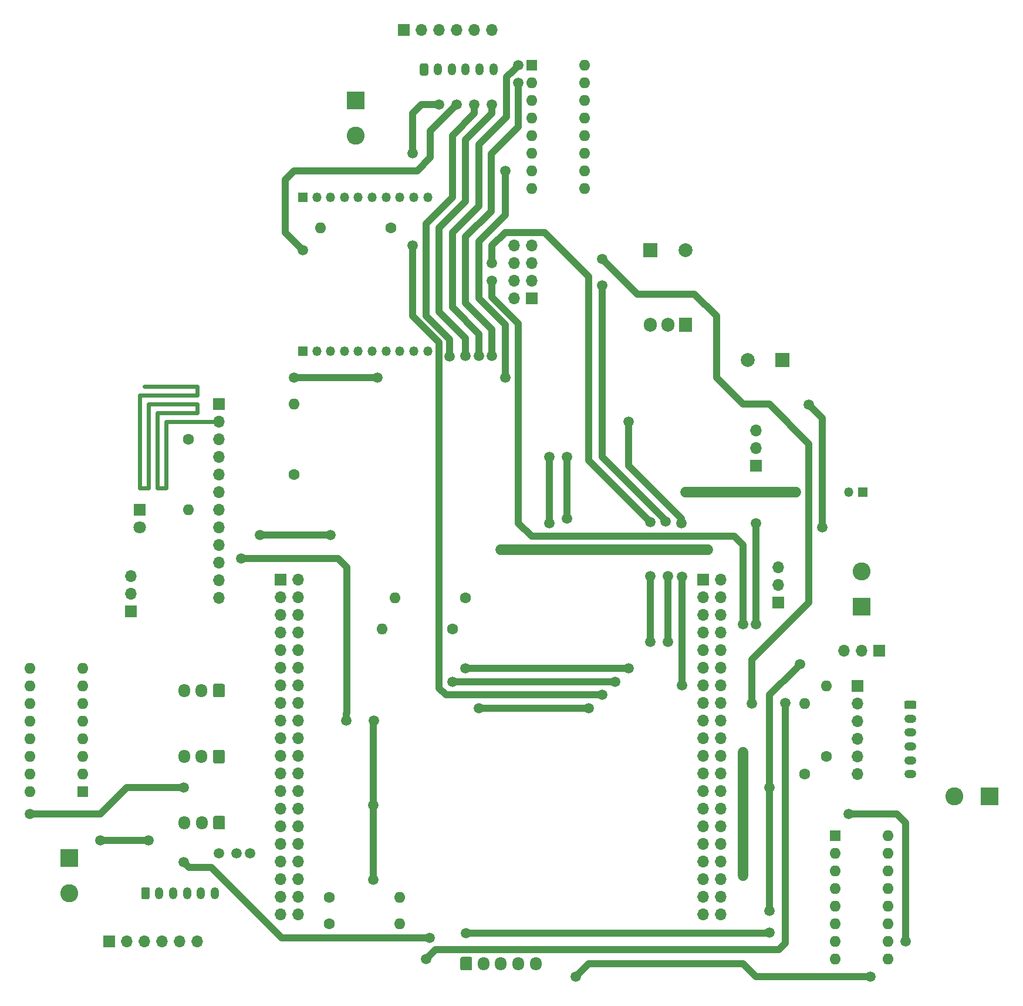
<source format=gbr>
%TF.GenerationSoftware,KiCad,Pcbnew,(5.1.6)-1*%
%TF.CreationDate,2023-02-05T17:49:42+01:00*%
%TF.ProjectId,RobotHolo,526f626f-7448-46f6-9c6f-2e6b69636164,rev?*%
%TF.SameCoordinates,Original*%
%TF.FileFunction,Copper,L1,Top*%
%TF.FilePolarity,Positive*%
%FSLAX46Y46*%
G04 Gerber Fmt 4.6, Leading zero omitted, Abs format (unit mm)*
G04 Created by KiCad (PCBNEW (5.1.6)-1) date 2023-02-05 17:49:42*
%MOMM*%
%LPD*%
G01*
G04 APERTURE LIST*
%TA.AperFunction,ComponentPad*%
%ADD10O,1.700000X1.700000*%
%TD*%
%TA.AperFunction,ComponentPad*%
%ADD11R,1.700000X1.700000*%
%TD*%
%TA.AperFunction,ComponentPad*%
%ADD12R,1.350000X1.350000*%
%TD*%
%TA.AperFunction,ComponentPad*%
%ADD13O,1.350000X1.350000*%
%TD*%
%TA.AperFunction,ComponentPad*%
%ADD14C,2.000000*%
%TD*%
%TA.AperFunction,ComponentPad*%
%ADD15R,2.000000X2.000000*%
%TD*%
%TA.AperFunction,ComponentPad*%
%ADD16R,1.800000X1.800000*%
%TD*%
%TA.AperFunction,ComponentPad*%
%ADD17C,1.800000*%
%TD*%
%TA.AperFunction,ComponentPad*%
%ADD18R,2.600000X2.600000*%
%TD*%
%TA.AperFunction,ComponentPad*%
%ADD19C,2.600000*%
%TD*%
%TA.AperFunction,ComponentPad*%
%ADD20C,1.600000*%
%TD*%
%TA.AperFunction,ComponentPad*%
%ADD21O,1.600000X1.600000*%
%TD*%
%TA.AperFunction,ComponentPad*%
%ADD22R,1.600000X1.600000*%
%TD*%
%TA.AperFunction,ComponentPad*%
%ADD23O,1.700000X1.950000*%
%TD*%
%TA.AperFunction,ComponentPad*%
%ADD24R,1.905000X2.000000*%
%TD*%
%TA.AperFunction,ComponentPad*%
%ADD25O,1.905000X2.000000*%
%TD*%
%TA.AperFunction,ComponentPad*%
%ADD26O,1.200000X1.750000*%
%TD*%
%TA.AperFunction,ComponentPad*%
%ADD27O,1.750000X1.200000*%
%TD*%
%TA.AperFunction,ViaPad*%
%ADD28C,1.500000*%
%TD*%
%TA.AperFunction,Conductor*%
%ADD29C,1.000000*%
%TD*%
%TA.AperFunction,Conductor*%
%ADD30C,1.500000*%
%TD*%
%TA.AperFunction,Conductor*%
%ADD31C,0.600000*%
%TD*%
G04 APERTURE END LIST*
D10*
%TO.P,J10,40*%
%TO.N,VCapt3*%
X71040001Y-154860001D03*
%TO.P,J10,39*%
%TO.N,VCapt2*%
X68500001Y-154860001D03*
%TO.P,J10,38*%
%TO.N,M1_B*%
X71040001Y-152320001D03*
%TO.P,J10,37*%
%TO.N,VCapt1*%
X68500001Y-152320001D03*
%TO.P,J10,36*%
%TO.N,M1_A*%
X71040001Y-149780001D03*
%TO.P,J10,35*%
%TO.N,Net-(J10-Pad35)*%
X68500001Y-149780001D03*
%TO.P,J10,34*%
%TO.N,Net-(J10-Pad34)*%
X71040001Y-147240001D03*
%TO.P,J10,33*%
%TO.N,Net-(J10-Pad33)*%
X68500001Y-147240001D03*
%TO.P,J10,32*%
%TO.N,RX_4*%
X71040001Y-144700001D03*
%TO.P,J10,31*%
%TO.N,Net-(J10-Pad31)*%
X68500001Y-144700001D03*
%TO.P,J10,30*%
%TO.N,TX_4*%
X71040001Y-142160001D03*
%TO.P,J10,29*%
%TO.N,Net-(J10-Pad29)*%
X68500001Y-142160001D03*
%TO.P,J10,28*%
%TO.N,Net-(J10-Pad28)*%
X71040001Y-139620001D03*
%TO.P,J10,27*%
%TO.N,Net-(J10-Pad27)*%
X68500001Y-139620001D03*
%TO.P,J10,26*%
%TO.N,NUC_VIN*%
X71040001Y-137080001D03*
%TO.P,J10,25*%
%TO.N,Net-(J10-Pad25)*%
X68500001Y-137080001D03*
%TO.P,J10,24*%
%TO.N,GND*%
X71040001Y-134540001D03*
%TO.P,J10,23*%
%TO.N,Net-(J10-Pad23)*%
X68500001Y-134540001D03*
%TO.P,J10,22*%
%TO.N,GND*%
X71040001Y-132000001D03*
%TO.P,J10,21*%
X68500001Y-132000001D03*
%TO.P,J10,20*%
%TO.N,5V_NUC*%
X71040001Y-129460001D03*
%TO.P,J10,19*%
%TO.N,Mot1_D2*%
X68500001Y-129460001D03*
%TO.P,J10,18*%
%TO.N,3.3V*%
X71040001Y-126920001D03*
%TO.P,J10,17*%
%TO.N,Net-(J10-Pad17)*%
X68500001Y-126920001D03*
%TO.P,J10,16*%
%TO.N,Net-(J10-Pad16)*%
X71040001Y-124380001D03*
%TO.P,J10,15*%
%TO.N,Net-(J10-Pad15)*%
X68500001Y-124380001D03*
%TO.P,J10,14*%
%TO.N,Net-(J10-Pad14)*%
X71040001Y-121840001D03*
%TO.P,J10,13*%
%TO.N,Net-(J10-Pad13)*%
X68500001Y-121840001D03*
%TO.P,J10,12*%
%TO.N,Net-(J10-Pad12)*%
X71040001Y-119300001D03*
%TO.P,J10,11*%
%TO.N,Net-(J10-Pad11)*%
X68500001Y-119300001D03*
%TO.P,J10,10*%
%TO.N,Net-(J10-Pad10)*%
X71040001Y-116760001D03*
%TO.P,J10,9*%
%TO.N,Net-(J10-Pad9)*%
X68500001Y-116760001D03*
%TO.P,J10,8*%
%TO.N,Net-(J10-Pad8)*%
X71040001Y-114220001D03*
%TO.P,J10,7*%
%TO.N,Net-(J10-Pad7)*%
X68500001Y-114220001D03*
%TO.P,J10,6*%
%TO.N,RESET_N*%
X71040001Y-111680001D03*
%TO.P,J10,5*%
%TO.N,Net-(J10-Pad5)*%
X68500001Y-111680001D03*
%TO.P,J10,4*%
%TO.N,RX*%
X71040001Y-109140001D03*
%TO.P,J10,3*%
%TO.N,TX*%
X68500001Y-109140001D03*
%TO.P,J10,2*%
%TO.N,Net-(J10-Pad2)*%
X71040001Y-106600001D03*
D11*
%TO.P,J10,1*%
%TO.N,Net-(J10-Pad1)*%
X68500001Y-106600001D03*
%TD*%
%TO.P,J14,1*%
%TO.N,Net-(J14-Pad1)*%
X129540000Y-106600001D03*
D10*
%TO.P,J14,2*%
%TO.N,Net-(J14-Pad2)*%
X132080000Y-106600001D03*
%TO.P,J14,3*%
%TO.N,Mot3_D1*%
X129540000Y-109140001D03*
%TO.P,J14,4*%
%TO.N,Net-(J14-Pad4)*%
X132080000Y-109140001D03*
%TO.P,J14,5*%
%TO.N,Mot3_D2*%
X129540000Y-111680001D03*
%TO.P,J14,6*%
%TO.N,Net-(J14-Pad6)*%
X132080000Y-111680001D03*
%TO.P,J14,7*%
%TO.N,Lidar_MOT*%
X129540000Y-114220001D03*
%TO.P,J14,8*%
%TO.N,Net-(J14-Pad8)*%
X132080000Y-114220001D03*
%TO.P,J14,9*%
%TO.N,Net-(J14-Pad9)*%
X129540000Y-116760001D03*
%TO.P,J14,10*%
%TO.N,Net-(J14-Pad10)*%
X132080000Y-116760001D03*
%TO.P,J14,11*%
%TO.N,Net-(J14-Pad11)*%
X129540000Y-119300001D03*
%TO.P,J14,12*%
%TO.N,Net-(J14-Pad12)*%
X132080000Y-119300001D03*
%TO.P,J14,13*%
%TO.N,nRF_SCK*%
X129540000Y-121840001D03*
%TO.P,J14,14*%
%TO.N,nRF_CSN*%
X132080000Y-121840001D03*
%TO.P,J14,15*%
%TO.N,nRF_MISO*%
X129540000Y-124380001D03*
%TO.P,J14,16*%
%TO.N,nRF_CE*%
X132080000Y-124380001D03*
%TO.P,J14,17*%
%TO.N,nRF_MOSI*%
X129540000Y-126920001D03*
%TO.P,J14,18*%
%TO.N,nRF_IRQ*%
X132080000Y-126920001D03*
%TO.P,J14,19*%
%TO.N,Net-(J14-Pad19)*%
X129540000Y-129460001D03*
%TO.P,J14,20*%
%TO.N,Net-(J14-Pad20)*%
X132080000Y-129460001D03*
%TO.P,J14,21*%
%TO.N,Net-(J14-Pad21)*%
X129540000Y-132000001D03*
%TO.P,J14,22*%
%TO.N,GND*%
X132080000Y-132000001D03*
%TO.P,J14,23*%
%TO.N,Net-(J14-Pad23)*%
X129540000Y-134540001D03*
%TO.P,J14,24*%
%TO.N,M2_A*%
X132080000Y-134540001D03*
%TO.P,J14,25*%
%TO.N,Net-(J14-Pad25)*%
X129540000Y-137080001D03*
%TO.P,J14,26*%
%TO.N,M2_B*%
X132080000Y-137080001D03*
%TO.P,J14,27*%
%TO.N,M3_B*%
X129540000Y-139620001D03*
%TO.P,J14,28*%
%TO.N,Net-(J14-Pad28)*%
X132080000Y-139620001D03*
%TO.P,J14,29*%
%TO.N,M3_A*%
X129540000Y-142160001D03*
%TO.P,J14,30*%
%TO.N,Mot2_D1*%
X132080000Y-142160001D03*
%TO.P,J14,31*%
%TO.N,GPIO2_STATUS*%
X129540000Y-144700001D03*
%TO.P,J14,32*%
%TO.N,Mot2_D2*%
X132080000Y-144700001D03*
%TO.P,J14,33*%
%TO.N,EnaPower*%
X129540000Y-147240001D03*
%TO.P,J14,34*%
%TO.N,Net-(J14-Pad34)*%
X132080000Y-147240001D03*
%TO.P,J14,35*%
%TO.N,Mot1_D1*%
X129540000Y-149780001D03*
%TO.P,J14,36*%
%TO.N,Net-(J14-Pad36)*%
X132080000Y-149780001D03*
%TO.P,J14,37*%
%TO.N,Net-(J14-Pad37)*%
X129540000Y-152320001D03*
%TO.P,J14,38*%
%TO.N,Net-(J14-Pad38)*%
X132080000Y-152320001D03*
%TO.P,J14,39*%
%TO.N,Net-(J14-Pad39)*%
X129540000Y-154860001D03*
%TO.P,J14,40*%
%TO.N,Net-(J14-Pad40)*%
X132080000Y-154860001D03*
%TD*%
D12*
%TO.P,J9,1*%
%TO.N,3.3V*%
X71755000Y-73660000D03*
D13*
%TO.P,J9,2*%
%TO.N,RX*%
X73755000Y-73660000D03*
%TO.P,J9,3*%
%TO.N,TX*%
X75755000Y-73660000D03*
%TO.P,J9,4*%
%TO.N,Net-(J9-Pad4)*%
X77755000Y-73660000D03*
%TO.P,J9,5*%
%TO.N,RESET_N*%
X79755000Y-73660000D03*
%TO.P,J9,6*%
%TO.N,Net-(J9-Pad6)*%
X81755000Y-73660000D03*
%TO.P,J9,7*%
%TO.N,Net-(J9-Pad7)*%
X83755000Y-73660000D03*
%TO.P,J9,8*%
%TO.N,Net-(J9-Pad8)*%
X85755000Y-73660000D03*
%TO.P,J9,9*%
%TO.N,Net-(J9-Pad9)*%
X87755000Y-73660000D03*
%TO.P,J9,10*%
%TO.N,GND*%
X89755000Y-73660000D03*
%TD*%
%TO.P,J11,10*%
%TO.N,Net-(J11-Pad10)*%
X89755000Y-51435000D03*
%TO.P,J11,9*%
%TO.N,Net-(J11-Pad9)*%
X87755000Y-51435000D03*
%TO.P,J11,8*%
%TO.N,GPIO2_STATUS*%
X85755000Y-51435000D03*
%TO.P,J11,7*%
%TO.N,Net-(J11-Pad7)*%
X83755000Y-51435000D03*
%TO.P,J11,6*%
%TO.N,Net-(J11-Pad6)*%
X81755000Y-51435000D03*
%TO.P,J11,5*%
%TO.N,Net-(J11-Pad5)*%
X79755000Y-51435000D03*
%TO.P,J11,4*%
%TO.N,Net-(J11-Pad4)*%
X77755000Y-51435000D03*
%TO.P,J11,3*%
%TO.N,Net-(J11-Pad3)*%
X75755000Y-51435000D03*
%TO.P,J11,2*%
%TO.N,Net-(J11-Pad2)*%
X73755000Y-51435000D03*
D12*
%TO.P,J11,1*%
%TO.N,Net-(J11-Pad1)*%
X71755000Y-51435000D03*
%TD*%
D14*
%TO.P,C1,2*%
%TO.N,GND*%
X135970000Y-74930000D03*
D15*
%TO.P,C1,1*%
%TO.N,VIN*%
X140970000Y-74930000D03*
%TD*%
%TO.P,C4,1*%
%TO.N,5V_REG*%
X121920000Y-59055000D03*
D14*
%TO.P,C4,2*%
%TO.N,GND*%
X126920000Y-59055000D03*
%TD*%
D16*
%TO.P,D1,1*%
%TO.N,Net-(D1-Pad1)*%
X48260000Y-96520000D03*
D17*
%TO.P,D1,2*%
%TO.N,3.3V*%
X48260000Y-99060000D03*
%TD*%
D11*
%TO.P,J4,1*%
%TO.N,GND*%
X59690000Y-81280000D03*
D10*
%TO.P,J4,2*%
%TO.N,Net-(J4-Pad2)*%
X59690000Y-83820000D03*
%TO.P,J4,3*%
%TO.N,Net-(J4-Pad3)*%
X59690000Y-86360000D03*
%TO.P,J4,4*%
%TO.N,Net-(J4-Pad4)*%
X59690000Y-88900000D03*
%TO.P,J4,5*%
%TO.N,Net-(J4-Pad5)*%
X59690000Y-91440000D03*
%TO.P,J4,6*%
%TO.N,Net-(J4-Pad6)*%
X59690000Y-93980000D03*
%TO.P,J4,7*%
%TO.N,RX*%
X59690000Y-96520000D03*
%TO.P,J4,8*%
%TO.N,TX*%
X59690000Y-99060000D03*
%TO.P,J4,9*%
%TO.N,Net-(J4-Pad9)*%
X59690000Y-101600000D03*
%TO.P,J4,10*%
%TO.N,3.3V*%
X59690000Y-104140000D03*
%TO.P,J4,11*%
%TO.N,GND*%
X59690000Y-106680000D03*
%TO.P,J4,12*%
%TO.N,Net-(J4-Pad12)*%
X59690000Y-109220000D03*
%TD*%
D18*
%TO.P,J5,1*%
%TO.N,M1_1*%
X38100000Y-146685000D03*
D19*
%TO.P,J5,2*%
%TO.N,M1_2*%
X38100000Y-151765000D03*
%TD*%
D18*
%TO.P,J6,1*%
%TO.N,M3_2*%
X79375000Y-37465000D03*
D19*
%TO.P,J6,2*%
%TO.N,M3_1*%
X79375000Y-42545000D03*
%TD*%
D10*
%TO.P,J7,3*%
%TO.N,5V_REG*%
X140335000Y-104775000D03*
%TO.P,J7,2*%
%TO.N,5V*%
X140335000Y-107315000D03*
D11*
%TO.P,J7,1*%
%TO.N,5V_NUC*%
X140335000Y-109855000D03*
%TD*%
D19*
%TO.P,J8,2*%
%TO.N,M2_1*%
X165735000Y-137795000D03*
D18*
%TO.P,J8,1*%
%TO.N,M2_2*%
X170815000Y-137795000D03*
%TD*%
D19*
%TO.P,J12,2*%
%TO.N,VIN*%
X152400000Y-105410000D03*
D18*
%TO.P,J12,1*%
%TO.N,GND*%
X152400000Y-110490000D03*
%TD*%
D11*
%TO.P,J18,1*%
%TO.N,GND*%
X154940000Y-116840000D03*
D10*
%TO.P,J18,2*%
X152400000Y-116840000D03*
%TO.P,J18,3*%
X149860000Y-116840000D03*
%TD*%
D12*
%TO.P,J19,1*%
%TO.N,VIN*%
X152495000Y-93980000D03*
D13*
%TO.P,J19,2*%
%TO.N,NUC_VIN*%
X150495000Y-93980000D03*
%TD*%
D11*
%TO.P,J20,1*%
%TO.N,5V_REG*%
X137160000Y-90170000D03*
D10*
%TO.P,J20,2*%
X137160000Y-87630000D03*
%TO.P,J20,3*%
X137160000Y-85090000D03*
%TD*%
%TO.P,J21,3*%
%TO.N,3.3V*%
X46990000Y-106045000D03*
%TO.P,J21,2*%
X46990000Y-108585000D03*
D11*
%TO.P,J21,1*%
X46990000Y-111125000D03*
%TD*%
D20*
%TO.P,R1,1*%
%TO.N,Net-(J4-Pad3)*%
X55245000Y-86360000D03*
D21*
%TO.P,R1,2*%
%TO.N,Net-(D1-Pad1)*%
X55245000Y-96520000D03*
%TD*%
%TO.P,R2,2*%
%TO.N,GND*%
X70485000Y-81280000D03*
D20*
%TO.P,R2,1*%
%TO.N,Net-(J4-Pad4)*%
X70485000Y-91440000D03*
%TD*%
D22*
%TO.P,U2,1*%
%TO.N,EnaPower*%
X40005000Y-137160000D03*
D21*
%TO.P,U2,9*%
%TO.N,Net-(U2-Pad9)*%
X32385000Y-119380000D03*
%TO.P,U2,2*%
%TO.N,Mot1_D1*%
X40005000Y-134620000D03*
%TO.P,U2,10*%
%TO.N,Net-(U2-Pad10)*%
X32385000Y-121920000D03*
%TO.P,U2,3*%
%TO.N,M1_1*%
X40005000Y-132080000D03*
%TO.P,U2,11*%
%TO.N,Net-(U2-Pad11)*%
X32385000Y-124460000D03*
%TO.P,U2,4*%
%TO.N,GND*%
X40005000Y-129540000D03*
%TO.P,U2,12*%
X32385000Y-127000000D03*
%TO.P,U2,5*%
X40005000Y-127000000D03*
%TO.P,U2,13*%
X32385000Y-129540000D03*
%TO.P,U2,6*%
%TO.N,M1_2*%
X40005000Y-124460000D03*
%TO.P,U2,14*%
%TO.N,Net-(U2-Pad14)*%
X32385000Y-132080000D03*
%TO.P,U2,7*%
%TO.N,Mot1_D2*%
X40005000Y-121920000D03*
%TO.P,U2,15*%
%TO.N,Net-(U2-Pad15)*%
X32385000Y-134620000D03*
%TO.P,U2,8*%
%TO.N,VIN*%
X40005000Y-119380000D03*
%TO.P,U2,16*%
%TO.N,5V*%
X32385000Y-137160000D03*
%TD*%
D22*
%TO.P,U3,1*%
%TO.N,Net-(U3-Pad1)*%
X148590000Y-143510000D03*
D21*
%TO.P,U3,9*%
%TO.N,EnaPower*%
X156210000Y-161290000D03*
%TO.P,U3,2*%
%TO.N,Net-(U3-Pad2)*%
X148590000Y-146050000D03*
%TO.P,U3,10*%
%TO.N,Mot2_D2*%
X156210000Y-158750000D03*
%TO.P,U3,3*%
%TO.N,Net-(U3-Pad3)*%
X148590000Y-148590000D03*
%TO.P,U3,11*%
%TO.N,M2_2*%
X156210000Y-156210000D03*
%TO.P,U3,4*%
%TO.N,GND*%
X148590000Y-151130000D03*
%TO.P,U3,12*%
X156210000Y-153670000D03*
%TO.P,U3,5*%
X148590000Y-153670000D03*
%TO.P,U3,13*%
X156210000Y-151130000D03*
%TO.P,U3,6*%
%TO.N,Net-(U3-Pad6)*%
X148590000Y-156210000D03*
%TO.P,U3,14*%
%TO.N,M2_1*%
X156210000Y-148590000D03*
%TO.P,U3,7*%
%TO.N,Net-(U3-Pad7)*%
X148590000Y-158750000D03*
%TO.P,U3,15*%
%TO.N,Mot2_D1*%
X156210000Y-146050000D03*
%TO.P,U3,8*%
%TO.N,VIN*%
X148590000Y-161290000D03*
%TO.P,U3,16*%
%TO.N,5V*%
X156210000Y-143510000D03*
%TD*%
%TO.P,U4,16*%
%TO.N,5V*%
X112395000Y-32385000D03*
%TO.P,U4,8*%
%TO.N,VIN*%
X104775000Y-50165000D03*
%TO.P,U4,15*%
%TO.N,Net-(U4-Pad15)*%
X112395000Y-34925000D03*
%TO.P,U4,7*%
%TO.N,Mot3_D2*%
X104775000Y-47625000D03*
%TO.P,U4,14*%
%TO.N,Net-(U4-Pad14)*%
X112395000Y-37465000D03*
%TO.P,U4,6*%
%TO.N,M3_1*%
X104775000Y-45085000D03*
%TO.P,U4,13*%
%TO.N,GND*%
X112395000Y-40005000D03*
%TO.P,U4,5*%
X104775000Y-42545000D03*
%TO.P,U4,12*%
X112395000Y-42545000D03*
%TO.P,U4,4*%
X104775000Y-40005000D03*
%TO.P,U4,11*%
%TO.N,Net-(U4-Pad11)*%
X112395000Y-45085000D03*
%TO.P,U4,3*%
%TO.N,M3_2*%
X104775000Y-37465000D03*
%TO.P,U4,10*%
%TO.N,Net-(U4-Pad10)*%
X112395000Y-47625000D03*
%TO.P,U4,2*%
%TO.N,Mot3_D1*%
X104775000Y-34925000D03*
%TO.P,U4,9*%
%TO.N,Net-(U4-Pad9)*%
X112395000Y-50165000D03*
D22*
%TO.P,U4,1*%
%TO.N,EnaPower*%
X104775000Y-32385000D03*
%TD*%
%TO.P,J1,1*%
%TO.N,VCapt1*%
%TA.AperFunction,ComponentPad*%
G36*
G01*
X60500000Y-121830000D02*
X60500000Y-123280000D01*
G75*
G02*
X60250000Y-123530000I-250000J0D01*
G01*
X59050000Y-123530000D01*
G75*
G02*
X58800000Y-123280000I0J250000D01*
G01*
X58800000Y-121830000D01*
G75*
G02*
X59050000Y-121580000I250000J0D01*
G01*
X60250000Y-121580000D01*
G75*
G02*
X60500000Y-121830000I0J-250000D01*
G01*
G37*
%TD.AperFunction*%
D23*
%TO.P,J1,2*%
%TO.N,GND*%
X57150000Y-122555000D03*
%TO.P,J1,3*%
%TO.N,5V*%
X54650000Y-122555000D03*
%TD*%
%TO.P,J2,1*%
%TO.N,VCapt2*%
%TA.AperFunction,ComponentPad*%
G36*
G01*
X60500000Y-131355000D02*
X60500000Y-132805000D01*
G75*
G02*
X60250000Y-133055000I-250000J0D01*
G01*
X59050000Y-133055000D01*
G75*
G02*
X58800000Y-132805000I0J250000D01*
G01*
X58800000Y-131355000D01*
G75*
G02*
X59050000Y-131105000I250000J0D01*
G01*
X60250000Y-131105000D01*
G75*
G02*
X60500000Y-131355000I0J-250000D01*
G01*
G37*
%TD.AperFunction*%
%TO.P,J2,2*%
%TO.N,GND*%
X57150000Y-132080000D03*
%TO.P,J2,3*%
%TO.N,5V*%
X54650000Y-132080000D03*
%TD*%
%TO.P,J3,3*%
%TO.N,5V*%
X54690000Y-141605000D03*
%TO.P,J3,2*%
%TO.N,GND*%
X57190000Y-141605000D03*
%TO.P,J3,1*%
%TO.N,VCapt3*%
%TA.AperFunction,ComponentPad*%
G36*
G01*
X60540000Y-140880000D02*
X60540000Y-142330000D01*
G75*
G02*
X60290000Y-142580000I-250000J0D01*
G01*
X59090000Y-142580000D01*
G75*
G02*
X58840000Y-142330000I0J250000D01*
G01*
X58840000Y-140880000D01*
G75*
G02*
X59090000Y-140630000I250000J0D01*
G01*
X60290000Y-140630000D01*
G75*
G02*
X60540000Y-140880000I0J-250000D01*
G01*
G37*
%TD.AperFunction*%
%TD*%
%TO.P,J17,1*%
%TO.N,5V*%
%TA.AperFunction,ComponentPad*%
G36*
G01*
X94480000Y-162650000D02*
X94480000Y-161200000D01*
G75*
G02*
X94730000Y-160950000I250000J0D01*
G01*
X95930000Y-160950000D01*
G75*
G02*
X96180000Y-161200000I0J-250000D01*
G01*
X96180000Y-162650000D01*
G75*
G02*
X95930000Y-162900000I-250000J0D01*
G01*
X94730000Y-162900000D01*
G75*
G02*
X94480000Y-162650000I0J250000D01*
G01*
G37*
%TD.AperFunction*%
%TO.P,J17,2*%
%TO.N,RX_4*%
X97830000Y-161925000D03*
%TO.P,J17,3*%
%TO.N,TX_4*%
X100330000Y-161925000D03*
%TO.P,J17,4*%
%TO.N,GND*%
X102830000Y-161925000D03*
%TO.P,J17,5*%
%TO.N,Lidar_MOT*%
X105330000Y-161925000D03*
%TD*%
D20*
%TO.P,R3,1*%
%TO.N,GND*%
X84455000Y-55880000D03*
D21*
%TO.P,R3,2*%
%TO.N,Net-(J11-Pad5)*%
X74295000Y-55880000D03*
%TD*%
D11*
%TO.P,J13,1*%
%TO.N,M1_2*%
X43815000Y-158750000D03*
D10*
%TO.P,J13,2*%
%TO.N,M1_1*%
X46355000Y-158750000D03*
%TO.P,J13,3*%
%TO.N,GND*%
X48895000Y-158750000D03*
%TO.P,J13,4*%
%TO.N,3.3V*%
X51435000Y-158750000D03*
%TO.P,J13,5*%
%TO.N,M1_A*%
X53975000Y-158750000D03*
%TO.P,J13,6*%
%TO.N,M1_B*%
X56515000Y-158750000D03*
%TD*%
%TO.P,J15,6*%
%TO.N,M3_B*%
X99060000Y-27305000D03*
%TO.P,J15,5*%
%TO.N,M3_A*%
X96520000Y-27305000D03*
%TO.P,J15,4*%
%TO.N,3.3V*%
X93980000Y-27305000D03*
%TO.P,J15,3*%
%TO.N,GND*%
X91440000Y-27305000D03*
%TO.P,J15,2*%
%TO.N,M3_1*%
X88900000Y-27305000D03*
D11*
%TO.P,J15,1*%
%TO.N,M3_2*%
X86360000Y-27305000D03*
%TD*%
%TO.P,J16,1*%
%TO.N,M2_2*%
X151765000Y-121920000D03*
D10*
%TO.P,J16,2*%
%TO.N,M2_1*%
X151765000Y-124460000D03*
%TO.P,J16,3*%
%TO.N,GND*%
X151765000Y-127000000D03*
%TO.P,J16,4*%
%TO.N,3.3V*%
X151765000Y-129540000D03*
%TO.P,J16,5*%
%TO.N,M2_A*%
X151765000Y-132080000D03*
%TO.P,J16,6*%
%TO.N,M2_B*%
X151765000Y-134620000D03*
%TD*%
D20*
%TO.P,R4,1*%
%TO.N,M1_A*%
X75565000Y-152400000D03*
D21*
%TO.P,R4,2*%
%TO.N,3.3V*%
X85725000Y-152400000D03*
%TD*%
%TO.P,R5,2*%
%TO.N,3.3V*%
X85725000Y-156210000D03*
D20*
%TO.P,R5,1*%
%TO.N,M1_B*%
X75565000Y-156210000D03*
%TD*%
D24*
%TO.P,U1,1*%
%TO.N,VIN*%
X127000000Y-69850000D03*
D25*
%TO.P,U1,2*%
%TO.N,GND*%
X124460000Y-69850000D03*
%TO.P,U1,3*%
%TO.N,5V_REG*%
X121920000Y-69850000D03*
%TD*%
D20*
%TO.P,R6,1*%
%TO.N,M2_A*%
X147320000Y-132080000D03*
D21*
%TO.P,R6,2*%
%TO.N,3.3V*%
X147320000Y-121920000D03*
%TD*%
%TO.P,R7,2*%
%TO.N,3.3V*%
X144145000Y-124460000D03*
D20*
%TO.P,R7,1*%
%TO.N,M2_B*%
X144145000Y-134620000D03*
%TD*%
%TO.P,R8,1*%
%TO.N,M3_A*%
X93345000Y-113665000D03*
D21*
%TO.P,R8,2*%
%TO.N,3.3V*%
X83185000Y-113665000D03*
%TD*%
%TO.P,R9,2*%
%TO.N,3.3V*%
X85090000Y-109220000D03*
D20*
%TO.P,R9,1*%
%TO.N,M3_B*%
X95250000Y-109220000D03*
%TD*%
D11*
%TO.P,J22,1*%
%TO.N,GND*%
X104775000Y-66040000D03*
D10*
%TO.P,J22,2*%
%TO.N,3.3V*%
X102235000Y-66040000D03*
%TO.P,J22,3*%
%TO.N,nRF_CE*%
X104775000Y-63500000D03*
%TO.P,J22,4*%
%TO.N,nRF_CSN*%
X102235000Y-63500000D03*
%TO.P,J22,5*%
%TO.N,nRF_SCK*%
X104775000Y-60960000D03*
%TO.P,J22,6*%
%TO.N,nRF_MOSI*%
X102235000Y-60960000D03*
%TO.P,J22,7*%
%TO.N,nRF_MISO*%
X104775000Y-58420000D03*
%TO.P,J22,8*%
%TO.N,nRF_IRQ*%
X102235000Y-58420000D03*
%TD*%
%TO.P,J23,1*%
%TO.N,M1_2*%
%TA.AperFunction,ComponentPad*%
G36*
G01*
X48455000Y-152390001D02*
X48455000Y-151139999D01*
G75*
G02*
X48704999Y-150890000I249999J0D01*
G01*
X49405001Y-150890000D01*
G75*
G02*
X49655000Y-151139999I0J-249999D01*
G01*
X49655000Y-152390001D01*
G75*
G02*
X49405001Y-152640000I-249999J0D01*
G01*
X48704999Y-152640000D01*
G75*
G02*
X48455000Y-152390001I0J249999D01*
G01*
G37*
%TD.AperFunction*%
D26*
%TO.P,J23,2*%
%TO.N,M1_1*%
X51055000Y-151765000D03*
%TO.P,J23,3*%
%TO.N,GND*%
X53055000Y-151765000D03*
%TO.P,J23,4*%
%TO.N,3.3V*%
X55055000Y-151765000D03*
%TO.P,J23,5*%
%TO.N,M1_A*%
X57055000Y-151765000D03*
%TO.P,J23,6*%
%TO.N,M1_B*%
X59055000Y-151765000D03*
%TD*%
%TO.P,J24,6*%
%TO.N,M3_B*%
X99250000Y-33020000D03*
%TO.P,J24,5*%
%TO.N,M3_A*%
X97250000Y-33020000D03*
%TO.P,J24,4*%
%TO.N,3.3V*%
X95250000Y-33020000D03*
%TO.P,J24,3*%
%TO.N,GND*%
X93250000Y-33020000D03*
%TO.P,J24,2*%
%TO.N,M3_1*%
X91250000Y-33020000D03*
%TO.P,J24,1*%
%TO.N,M3_2*%
%TA.AperFunction,ComponentPad*%
G36*
G01*
X88650000Y-33645001D02*
X88650000Y-32394999D01*
G75*
G02*
X88899999Y-32145000I249999J0D01*
G01*
X89600001Y-32145000D01*
G75*
G02*
X89850000Y-32394999I0J-249999D01*
G01*
X89850000Y-33645001D01*
G75*
G02*
X89600001Y-33895000I-249999J0D01*
G01*
X88899999Y-33895000D01*
G75*
G02*
X88650000Y-33645001I0J249999D01*
G01*
G37*
%TD.AperFunction*%
%TD*%
%TO.P,J25,1*%
%TO.N,M2_2*%
%TA.AperFunction,ComponentPad*%
G36*
G01*
X158759999Y-124020000D02*
X160010001Y-124020000D01*
G75*
G02*
X160260000Y-124269999I0J-249999D01*
G01*
X160260000Y-124970001D01*
G75*
G02*
X160010001Y-125220000I-249999J0D01*
G01*
X158759999Y-125220000D01*
G75*
G02*
X158510000Y-124970001I0J249999D01*
G01*
X158510000Y-124269999D01*
G75*
G02*
X158759999Y-124020000I249999J0D01*
G01*
G37*
%TD.AperFunction*%
D27*
%TO.P,J25,2*%
%TO.N,M2_1*%
X159385000Y-126620000D03*
%TO.P,J25,3*%
%TO.N,GND*%
X159385000Y-128620000D03*
%TO.P,J25,4*%
%TO.N,3.3V*%
X159385000Y-130620000D03*
%TO.P,J25,5*%
%TO.N,M2_A*%
X159385000Y-132620000D03*
%TO.P,J25,6*%
%TO.N,M2_B*%
X159385000Y-134620000D03*
%TD*%
D28*
%TO.N,5V*%
X95330000Y-157560000D03*
X139065000Y-157480000D03*
X139065000Y-154305000D03*
X90055001Y-158229999D03*
X139065000Y-136525000D03*
X144712089Y-81347911D03*
X146685000Y-99060000D03*
X143510000Y-118745000D03*
X32384994Y-140335000D03*
X54610000Y-136525004D03*
X54610000Y-147320000D03*
%TO.N,GND*%
X82550000Y-77470000D03*
X70485000Y-77470000D03*
X135255000Y-131445000D03*
X135255000Y-149225000D03*
X135255000Y-149225000D03*
%TO.N,VCapt1*%
X64135000Y-146050000D03*
%TO.N,VCapt2*%
X62230000Y-146050000D03*
%TO.N,VCapt3*%
X59690000Y-146050000D03*
%TO.N,TX*%
X75755000Y-100140006D03*
X65594994Y-100140006D03*
%TO.N,3.3V*%
X78025001Y-126920001D03*
X62865000Y-103505000D03*
X81994999Y-126920001D03*
X81915000Y-149860000D03*
X81915000Y-139065000D03*
X89535000Y-161290000D03*
X71755000Y-59054976D03*
X141394272Y-124320419D03*
X93980000Y-38100000D03*
%TO.N,5V_NUC*%
X100330000Y-102235000D03*
X130175000Y-102235000D03*
%TO.N,GPIO2_STATUS*%
X114934996Y-123190000D03*
X87630008Y-58420000D03*
%TO.N,EnaPower*%
X97155000Y-125095000D03*
X113030012Y-125095000D03*
X97195696Y-74291913D03*
X153670000Y-163830000D03*
X111125000Y-163830000D03*
X102870002Y-32385000D03*
%TO.N,Mot2_D2*%
X150495000Y-140335000D03*
X158750000Y-158750000D03*
%TO.N,Mot3_D2*%
X100965000Y-47625000D03*
X100965000Y-77470000D03*
X107315000Y-88900000D03*
X107315000Y-98425000D03*
%TO.N,Mot3_D1*%
X109855000Y-88900000D03*
X99060000Y-74295000D03*
X109855000Y-97790000D03*
X102870000Y-34925000D03*
%TO.N,M1_1*%
X42545000Y-144145000D03*
X49530000Y-144145000D03*
%TO.N,M3_1*%
X87630000Y-45085000D03*
X91440000Y-38100000D03*
%TO.N,M3_B*%
X95249998Y-119380000D03*
X118745000Y-119380000D03*
X95250002Y-74295000D03*
X99060010Y-38100000D03*
%TO.N,M3_A*%
X93345000Y-121285000D03*
X116840000Y-121285002D03*
X92920728Y-74434578D03*
X96520014Y-38100000D03*
%TO.N,nRF_SCK*%
X126444999Y-121840001D03*
X126444999Y-106124999D03*
X118745000Y-83820000D03*
X126365000Y-98424984D03*
%TO.N,nRF_CSN*%
X135255000Y-113030002D03*
X99060000Y-63500000D03*
%TO.N,nRF_MISO*%
X124460000Y-115570000D03*
X124460000Y-115570000D03*
X124460000Y-106045000D03*
X114934996Y-64135000D03*
X124046809Y-98186451D03*
%TO.N,nRF_CE*%
X137159996Y-113030000D03*
X137160000Y-98425004D03*
%TO.N,nRF_MOSI*%
X121920000Y-115570000D03*
X121920000Y-106045000D03*
X121920000Y-98244990D03*
X99060000Y-60960000D03*
%TO.N,nRF_IRQ*%
X114935000Y-60325000D03*
X136525000Y-124460000D03*
%TO.N,NUC_VIN*%
X127000000Y-93980000D03*
X142875000Y-93980000D03*
%TD*%
D29*
%TO.N,5V*%
X138985000Y-157560000D02*
X139065000Y-157480000D01*
X95330000Y-157560000D02*
X138985000Y-157560000D01*
X139065000Y-154305000D02*
X139065000Y-136525000D01*
X146685000Y-97560002D02*
X146685000Y-99060000D01*
X144712089Y-81347911D02*
X146685000Y-83320822D01*
X146685000Y-83320822D02*
X146685000Y-97560002D01*
X139065000Y-136525000D02*
X139065000Y-123190000D01*
X142760001Y-119494999D02*
X143510000Y-118745000D01*
X139065000Y-123190000D02*
X142760001Y-119494999D01*
X54609996Y-136525000D02*
X54610000Y-136525004D01*
X46355000Y-136525000D02*
X54609996Y-136525000D01*
X32384994Y-140335000D02*
X42545000Y-140335000D01*
X42545000Y-140335000D02*
X46355000Y-136525000D01*
X58534999Y-148069999D02*
X55359999Y-148069999D01*
X90055001Y-158229999D02*
X68694999Y-158229999D01*
X55359999Y-148069999D02*
X54610000Y-147320000D01*
X68694999Y-158229999D02*
X58534999Y-148069999D01*
%TO.N,GND*%
X82550000Y-77470000D02*
X70485000Y-77470000D01*
D30*
X135255000Y-131445000D02*
X135255000Y-149225000D01*
D29*
%TO.N,TX*%
X75755000Y-100140006D02*
X65594994Y-100140006D01*
%TO.N,3.3V*%
X78025001Y-125859341D02*
X78105000Y-125779342D01*
X78025001Y-126920001D02*
X78025001Y-125859341D01*
X78105000Y-125779342D02*
X78105000Y-108585000D01*
X76835000Y-103505000D02*
X62865000Y-103505000D01*
X81915000Y-127000000D02*
X81994999Y-126920001D01*
X81915000Y-138430000D02*
X81915000Y-127000000D01*
X81915000Y-149860000D02*
X81915000Y-139065000D01*
X76835000Y-103505000D02*
X78105000Y-104775000D01*
X78105000Y-104775000D02*
X78105000Y-108585000D01*
X90919999Y-159905001D02*
X140449999Y-159905001D01*
X89535000Y-161290000D02*
X90919999Y-159905001D01*
X141394272Y-158960728D02*
X141394272Y-124320419D01*
X140449999Y-159905001D02*
X141394272Y-158960728D01*
X90170000Y-45720000D02*
X90170000Y-41910000D01*
X88265000Y-47625000D02*
X90170000Y-45720000D01*
X90170000Y-41910000D02*
X93980000Y-38100000D01*
X71755000Y-59054976D02*
X71005001Y-58304977D01*
X71004977Y-58304977D02*
X69215000Y-56515000D01*
X69215000Y-56515000D02*
X69215000Y-48895000D01*
X71005001Y-58304977D02*
X71004977Y-58304977D01*
X69215000Y-48895000D02*
X70485000Y-47625000D01*
X70485000Y-47625000D02*
X88265000Y-47625000D01*
D30*
%TO.N,5V_NUC*%
X100330000Y-102235000D02*
X130175000Y-102235000D01*
D29*
%TO.N,GPIO2_STATUS*%
X87630008Y-68580008D02*
X87630008Y-58420000D01*
X91440000Y-72390000D02*
X87630008Y-68580008D01*
X91440000Y-122237500D02*
X91440000Y-72390000D01*
X114934996Y-123190000D02*
X92392500Y-123190000D01*
X92392500Y-123190000D02*
X91440000Y-122237500D01*
D31*
%TO.N,Net-(J4-Pad2)*%
X56515000Y-82550000D02*
X50800000Y-82550000D01*
X56515000Y-81280000D02*
X56515000Y-82550000D01*
X50800000Y-82550000D02*
X50800000Y-93345000D01*
X49530000Y-81280000D02*
X56515000Y-81280000D01*
X57785000Y-83820000D02*
X59690000Y-83820000D01*
X56515000Y-78740000D02*
X56515000Y-80010000D01*
X48895000Y-78740000D02*
X56515000Y-78740000D01*
X56515000Y-80010000D02*
X48260000Y-80010000D01*
X52070000Y-93345000D02*
X52070000Y-83820000D01*
X48260000Y-80010000D02*
X48260000Y-93345000D01*
X52070000Y-83820000D02*
X57785000Y-83820000D01*
X48260000Y-93345000D02*
X49530000Y-93345000D01*
X50800000Y-93345000D02*
X52070000Y-93345000D01*
X49530000Y-93345000D02*
X49530000Y-81280000D01*
D29*
%TO.N,EnaPower*%
X97155000Y-125095000D02*
X98215660Y-125095000D01*
X98215660Y-125095000D02*
X113030012Y-125095000D01*
X102120003Y-33134999D02*
X102870002Y-32385000D01*
X101145002Y-39824998D02*
X101145002Y-34110000D01*
X97195696Y-71160696D02*
X93345000Y-67310000D01*
X101145002Y-34110000D02*
X102120003Y-33134999D01*
X97195696Y-74291913D02*
X97195696Y-71160696D01*
X93345000Y-67310000D02*
X93345000Y-56515000D01*
X93345000Y-56515000D02*
X97155006Y-52704994D01*
X97155006Y-52704994D02*
X97155006Y-43814994D01*
X97155006Y-43814994D02*
X101145002Y-39824998D01*
X113030000Y-161925000D02*
X111125000Y-163830000D01*
X135255000Y-161925000D02*
X113030000Y-161925000D01*
X153670000Y-163830000D02*
X137160000Y-163830000D01*
X137160000Y-163830000D02*
X135255000Y-161925000D01*
%TO.N,Mot2_D2*%
X150495000Y-140335000D02*
X157480000Y-140335000D01*
X157480000Y-140335000D02*
X158750000Y-141605000D01*
X158750000Y-141605000D02*
X158750000Y-158750000D01*
%TO.N,Mot3_D2*%
X107315000Y-88900000D02*
X107315000Y-98425000D01*
X100965000Y-69850000D02*
X100965000Y-77470000D01*
X97155000Y-66040000D02*
X100965000Y-69850000D01*
X97155000Y-57785000D02*
X97155000Y-66040000D01*
X100965000Y-47625000D02*
X100965000Y-53975000D01*
X100965000Y-53975000D02*
X97155000Y-57785000D01*
%TO.N,Mot3_D1*%
X109855000Y-88900000D02*
X109855000Y-97790000D01*
X102870000Y-35985660D02*
X102870000Y-34925000D01*
X99060000Y-70485000D02*
X95250000Y-66675000D01*
X102870000Y-41275000D02*
X102870000Y-35985660D01*
X99060000Y-74295000D02*
X99060000Y-70485000D01*
X95250000Y-57150000D02*
X98945001Y-53454999D01*
X98945001Y-53454999D02*
X98945001Y-45199999D01*
X95250000Y-66675000D02*
X95250000Y-57150000D01*
X98945001Y-45199999D02*
X102870000Y-41275000D01*
%TO.N,M1_1*%
X42545000Y-144145000D02*
X49530000Y-144145000D01*
%TO.N,M3_1*%
X88900000Y-38100000D02*
X91440000Y-38100000D01*
X87630000Y-45085000D02*
X87630000Y-39370000D01*
X87630000Y-39370000D02*
X88900000Y-38100000D01*
%TO.N,M3_B*%
X95249998Y-119380000D02*
X118745000Y-119380000D01*
X99060010Y-39369990D02*
X99060010Y-38100000D01*
X95250002Y-71755002D02*
X91440000Y-67945000D01*
X95250002Y-74295000D02*
X95250002Y-71755002D01*
X91440000Y-67945000D02*
X91440000Y-55880000D01*
X91440000Y-55880000D02*
X95250000Y-52070000D01*
X95250000Y-52070000D02*
X95250000Y-43180000D01*
X95250000Y-43180000D02*
X99060010Y-39369990D01*
%TO.N,M3_A*%
X116839998Y-121285000D02*
X116840000Y-121285002D01*
X93345000Y-121285000D02*
X116839998Y-121285000D01*
X96520000Y-38100014D02*
X96520014Y-38100000D01*
X96520000Y-39370000D02*
X96520000Y-38100014D01*
X92920728Y-71965728D02*
X89535000Y-68580000D01*
X92920728Y-74434578D02*
X92920728Y-71965728D01*
X89535000Y-68580000D02*
X89535000Y-55245000D01*
X89535000Y-55245000D02*
X93345000Y-51435000D01*
X93345000Y-51435000D02*
X93345000Y-42545000D01*
X93345000Y-42545000D02*
X96520000Y-39370000D01*
%TO.N,nRF_SCK*%
X126444999Y-121840001D02*
X126444999Y-106124999D01*
X126365000Y-97790000D02*
X126365000Y-98424984D01*
X118745000Y-83820000D02*
X118745000Y-90170000D01*
X118745000Y-90170000D02*
X126365000Y-97790000D01*
%TO.N,nRF_CSN*%
X102870000Y-98425000D02*
X102870000Y-69640660D01*
X133985000Y-100330000D02*
X104775000Y-100330000D01*
X102870000Y-69640660D02*
X99060000Y-65830660D01*
X104775000Y-100330000D02*
X102870000Y-98425000D01*
X135255000Y-113030002D02*
X135255000Y-101600000D01*
X135255000Y-101600000D02*
X133985000Y-100330000D01*
X99060000Y-65830660D02*
X99060000Y-63500000D01*
%TO.N,nRF_MISO*%
X124460000Y-115570000D02*
X124460000Y-106045000D01*
X124046809Y-98011809D02*
X124046809Y-98186451D01*
X114934996Y-64135000D02*
X114934996Y-88899996D01*
X114934996Y-88899996D02*
X124046809Y-98011809D01*
%TO.N,nRF_CE*%
X137159996Y-113030000D02*
X137159996Y-98425008D01*
X137159996Y-98425008D02*
X137160000Y-98425004D01*
%TO.N,nRF_MOSI*%
X121920000Y-115570000D02*
X121920000Y-106045000D01*
X99060000Y-58420000D02*
X99060000Y-60960000D01*
X100965000Y-56515000D02*
X99060000Y-58420000D01*
X106680000Y-56515000D02*
X100965000Y-56515000D01*
X113030000Y-62865000D02*
X106680000Y-56515000D01*
X121920000Y-98244990D02*
X113030000Y-89354990D01*
X113030000Y-89354990D02*
X113030000Y-62865000D01*
%TO.N,nRF_IRQ*%
X136525000Y-124460000D02*
X136525000Y-118110000D01*
X136525000Y-118110000D02*
X144780000Y-109855000D01*
X131445000Y-77470000D02*
X131445000Y-68580000D01*
X131445000Y-68580000D02*
X128270000Y-65405000D01*
X135255000Y-81280000D02*
X131445000Y-77470000D01*
X144780000Y-86995000D02*
X139065000Y-81280000D01*
X139065000Y-81280000D02*
X135255000Y-81280000D01*
X144780000Y-109855000D02*
X144780000Y-86995000D01*
X115684999Y-61074999D02*
X114935000Y-60325000D01*
X128270000Y-65405000D02*
X120015000Y-65405000D01*
X120015000Y-65405000D02*
X115684999Y-61074999D01*
D30*
%TO.N,NUC_VIN*%
X140335000Y-93980000D02*
X142875000Y-93980000D01*
X127000000Y-93980000D02*
X140335000Y-93980000D01*
%TD*%
M02*

</source>
